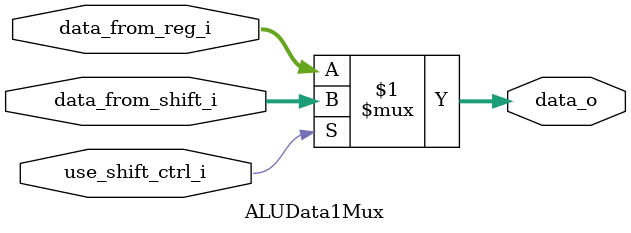
<source format=v>
module ALUData1Mux (
    input [31:0] data_from_reg_i,  // Data from the register.
    input [31:0] data_from_shift_i,  // Data from the shift amount.
    input use_shift_ctrl_i,  // Control flag:
                             //     0 -> data from register
                             //     1 -> data from shift amount.

    output [31:0] data_o  // The output data.
);

assign data_o = (use_shift_ctrl_i ?  data_from_shift_i : data_from_reg_i);

endmodule

</source>
